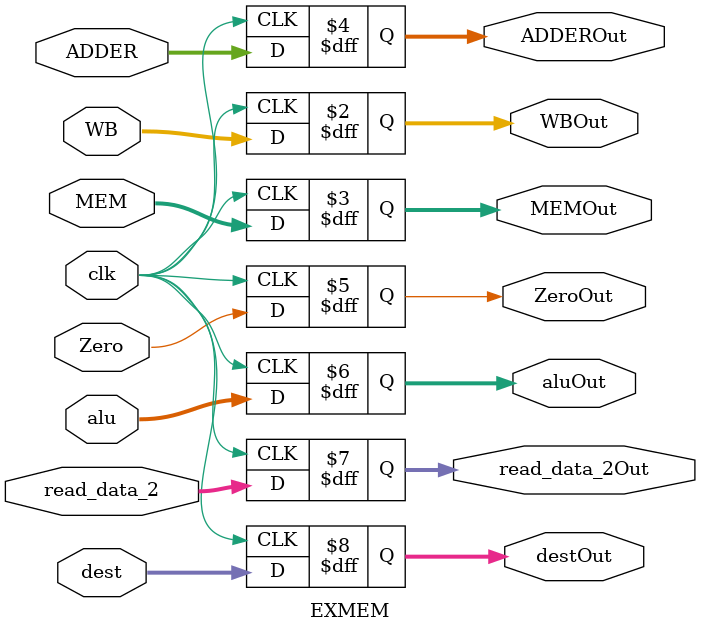
<source format=v>
module EXMEM(output reg [1:0] WBOut,output reg  [4:0] MEMOut, output reg [31:0] ADDEROut, output reg  ZeroOut, output reg [31:0] aluOut, output reg  [31:0] read_data_2Out, output reg [4:0] destOut, input [1:0] WB,input [4:0] MEM, input [31:0] ADDER, input Zero, input [31:0] alu, input [31:0] read_data_2, input [4:0] dest, input clk);

always @(posedge clk)
begin
WBOut = WB;
MEMOut = MEM;
ADDEROut = ADDER;
ZeroOut = Zero;
aluOut = alu;
destOut = dest;
read_data_2Out = read_data_2;
$display("EXMEM %b %b %b %b %b %b %b" ,WBOut, MEMOut, ADDEROut, aluOut,ZeroOut,destOut, read_data_2Out );
end


endmodule 

</source>
